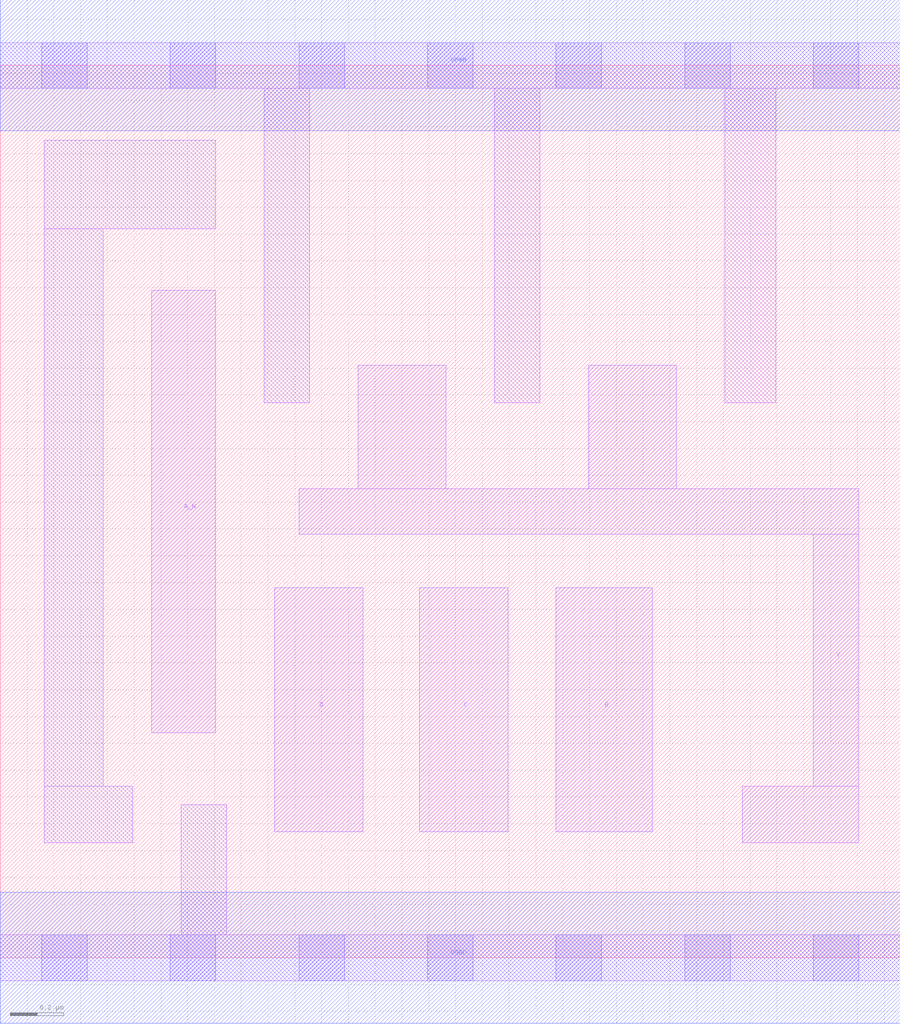
<source format=lef>
# Copyright 2020 The SkyWater PDK Authors
#
# Licensed under the Apache License, Version 2.0 (the "License");
# you may not use this file except in compliance with the License.
# You may obtain a copy of the License at
#
#     https://www.apache.org/licenses/LICENSE-2.0
#
# Unless required by applicable law or agreed to in writing, software
# distributed under the License is distributed on an "AS IS" BASIS,
# WITHOUT WARRANTIES OR CONDITIONS OF ANY KIND, either express or implied.
# See the License for the specific language governing permissions and
# limitations under the License.
#
# SPDX-License-Identifier: Apache-2.0

VERSION 5.7 ;
  NAMESCASESENSITIVE ON ;
  NOWIREEXTENSIONATPIN ON ;
  DIVIDERCHAR "/" ;
  BUSBITCHARS "[]" ;
UNITS
  DATABASE MICRONS 200 ;
END UNITS
MACRO sky130_fd_sc_lp__nand4b_m
  CLASS CORE ;
  FOREIGN sky130_fd_sc_lp__nand4b_m ;
  ORIGIN  0.000000  0.000000 ;
  SIZE  3.360000 BY  3.330000 ;
  SYMMETRY X Y R90 ;
  SITE unit ;
  PIN A_N
    ANTENNAGATEAREA  0.126000 ;
    DIRECTION INPUT ;
    USE SIGNAL ;
    PORT
      LAYER li1 ;
        RECT 0.565000 0.840000 0.805000 2.490000 ;
    END
  END A_N
  PIN B
    ANTENNAGATEAREA  0.126000 ;
    DIRECTION INPUT ;
    USE SIGNAL ;
    PORT
      LAYER li1 ;
        RECT 2.075000 0.470000 2.435000 1.380000 ;
    END
  END B
  PIN C
    ANTENNAGATEAREA  0.126000 ;
    DIRECTION INPUT ;
    USE SIGNAL ;
    PORT
      LAYER li1 ;
        RECT 1.565000 0.470000 1.895000 1.380000 ;
    END
  END C
  PIN D
    ANTENNAGATEAREA  0.126000 ;
    DIRECTION INPUT ;
    USE SIGNAL ;
    PORT
      LAYER li1 ;
        RECT 1.025000 0.470000 1.355000 1.380000 ;
    END
  END D
  PIN Y
    ANTENNADIFFAREA  0.346500 ;
    DIRECTION OUTPUT ;
    USE SIGNAL ;
    PORT
      LAYER li1 ;
        RECT 1.115000 1.580000 3.205000 1.750000 ;
        RECT 1.335000 1.750000 1.665000 2.210000 ;
        RECT 2.195000 1.750000 2.525000 2.210000 ;
        RECT 2.770000 0.430000 3.205000 0.640000 ;
        RECT 3.035000 0.640000 3.205000 1.580000 ;
    END
  END Y
  PIN VGND
    DIRECTION INOUT ;
    USE GROUND ;
    PORT
      LAYER met1 ;
        RECT 0.000000 -0.245000 3.360000 0.245000 ;
    END
  END VGND
  PIN VPWR
    DIRECTION INOUT ;
    USE POWER ;
    PORT
      LAYER met1 ;
        RECT 0.000000 3.085000 3.360000 3.575000 ;
    END
  END VPWR
  OBS
    LAYER li1 ;
      RECT 0.000000 -0.085000 3.360000 0.085000 ;
      RECT 0.000000  3.245000 3.360000 3.415000 ;
      RECT 0.165000  0.430000 0.495000 0.640000 ;
      RECT 0.165000  0.640000 0.385000 2.720000 ;
      RECT 0.165000  2.720000 0.805000 3.050000 ;
      RECT 0.675000  0.085000 0.845000 0.570000 ;
      RECT 0.985000  2.070000 1.155000 3.245000 ;
      RECT 1.845000  2.070000 2.015000 3.245000 ;
      RECT 2.705000  2.070000 2.895000 3.245000 ;
    LAYER mcon ;
      RECT 0.155000 -0.085000 0.325000 0.085000 ;
      RECT 0.155000  3.245000 0.325000 3.415000 ;
      RECT 0.635000 -0.085000 0.805000 0.085000 ;
      RECT 0.635000  3.245000 0.805000 3.415000 ;
      RECT 1.115000 -0.085000 1.285000 0.085000 ;
      RECT 1.115000  3.245000 1.285000 3.415000 ;
      RECT 1.595000 -0.085000 1.765000 0.085000 ;
      RECT 1.595000  3.245000 1.765000 3.415000 ;
      RECT 2.075000 -0.085000 2.245000 0.085000 ;
      RECT 2.075000  3.245000 2.245000 3.415000 ;
      RECT 2.555000 -0.085000 2.725000 0.085000 ;
      RECT 2.555000  3.245000 2.725000 3.415000 ;
      RECT 3.035000 -0.085000 3.205000 0.085000 ;
      RECT 3.035000  3.245000 3.205000 3.415000 ;
  END
END sky130_fd_sc_lp__nand4b_m
END LIBRARY

</source>
